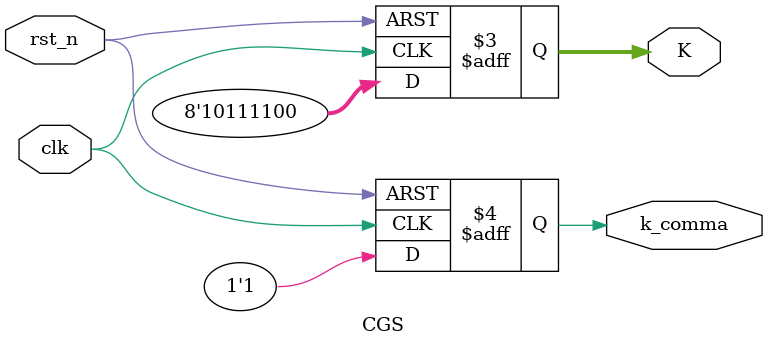
<source format=v>
`timescale 1ns/1ps

module CGS(
	input clk,
	input rst_n,
	output reg[7:0] K,
	output reg k_comma
);

always@(posedge clk or negedge rst_n)
begin
	if(!rst_n) begin
	    K <= 8'd0;
        k_comma <= 1'b0;
        end
	else begin
	    K <= 8'hBC;
	    k_comma <= 1'b1;
        end
end

endmodule

</source>
